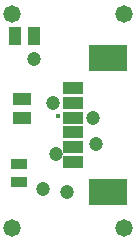
<source format=gts>
G04*
G04 #@! TF.GenerationSoftware,Altium Limited,Altium Designer,22.10.1 (41)*
G04*
G04 Layer_Color=8388736*
%FSLAX25Y25*%
%MOIN*%
G70*
G04*
G04 #@! TF.SameCoordinates,670181CE-59D6-4C69-B2BD-6FF3612FFA8D*
G04*
G04*
G04 #@! TF.FilePolarity,Negative*
G04*
G01*
G75*
%ADD17R,0.05315X0.03740*%
%ADD18R,0.12611X0.09068*%
%ADD19R,0.07099X0.03950*%
%ADD20R,0.01484X0.01583*%
%ADD21R,0.04147X0.06115*%
%ADD22R,0.06115X0.04147*%
%ADD23C,0.05800*%
%ADD24C,0.04737*%
D17*
X6500Y19594D02*
D03*
Y25500D02*
D03*
D18*
X35917Y60842D02*
D03*
Y16157D02*
D03*
D19*
X24500Y50803D02*
D03*
Y45882D02*
D03*
Y40961D02*
D03*
Y36039D02*
D03*
Y31118D02*
D03*
Y26197D02*
D03*
D20*
X19486Y41502D02*
D03*
D21*
X11500Y68000D02*
D03*
X5004D02*
D03*
D22*
X7500Y40752D02*
D03*
Y47248D02*
D03*
D23*
X4000Y4000D02*
D03*
X41500D02*
D03*
Y75500D02*
D03*
X4000D02*
D03*
D24*
X22500Y16000D02*
D03*
X14500Y17000D02*
D03*
X18768Y28771D02*
D03*
X32000Y32000D02*
D03*
X11500Y60361D02*
D03*
X30900Y40961D02*
D03*
X17518Y45882D02*
D03*
M02*

</source>
